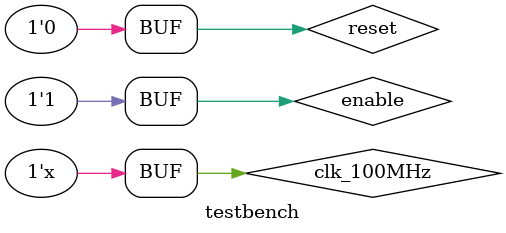
<source format=v>
`timescale 1ns / 1ps

module testbench();

reg clk_100MHz;
reg reset;
reg enable;

wire [15:0] led;
wire [6:0] displayer;
wire [3:0] digit_selector;  
    
  
top_module main_inst(
    .clk_100MHz(clk_100MHz),
    .reset(reset),
    .enable(enable),
    .led(led), 
    .displayer(displayer),
    .digit_selector(digit_selector)
    );

    
always #5 clk_100MHz = ~clk_100MHz;

initial begin 
reset = 1'b1;
#10 clk_100MHz = 1'b0; reset = 1'b0;
#10 enable = 1'b1;


end
    
endmodule

</source>
